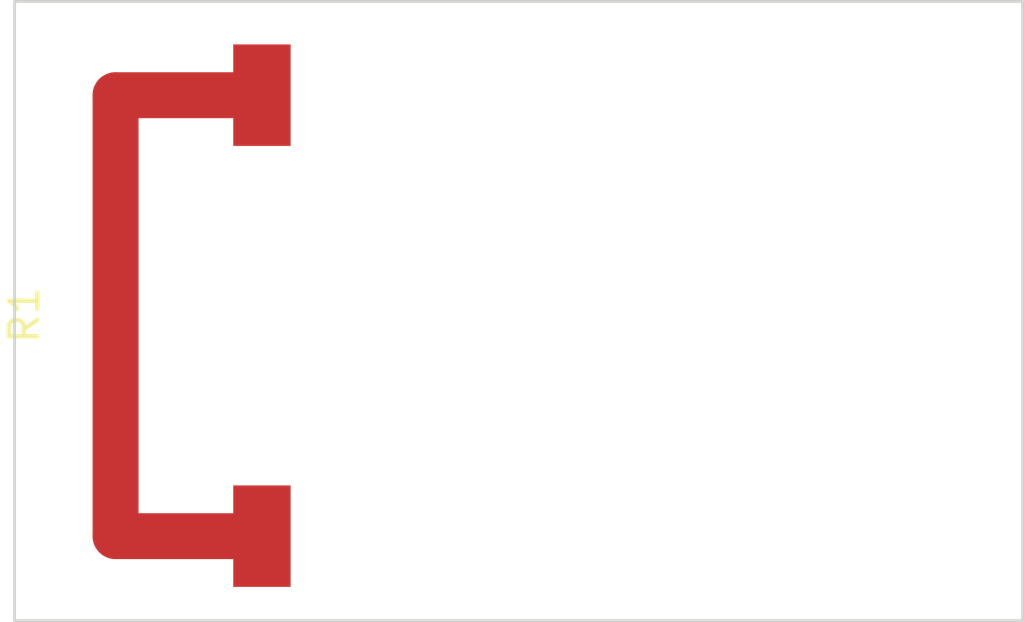
<source format=kicad_pcb>
(kicad_pcb (version 20211014) (generator pcbnew)
  (layers (0 "F.Cu" signal) (31 "B.Cu" signal) (34 "B.Paste" user) (35 "F.Paste" user) (36 "B.SilkS" user "B.Silkscreen") (37 "F.SilkS" user "F.Silkscreen") (38 "B.Mask" user) (39 "F.Mask" user) (44 "Edge.Cuts" user))
  (net 0 "")
  (net 1 "Net-(R1-Pad1)")
  (footprint "4DPrinting:switch" (layer "F.Cu") (at 128.49 90.08 90)
    (fp_text reference "R1" (at 0.02 -8.28 90 unlocked) (layer "F.SilkS"))
    (fp_text value "R")
    (fp_rect (start -5.95 4.1) (end 5.95 -4.1) (layer "F.SilkS") (width 0.001) (fill none))
    (pad "1" smd rect (at -7.69 0 90) (size 3.54 2) (layers "F.Cu" "F.Paste" "F.Mask") (net 1 "Net-(R1-Pad1)"))
    (pad "2" smd rect (at 7.69 0 90) (size 3.54 2) (layers "F.Cu" "F.Paste" "F.Mask") (net 1 "Net-(R1-Pad1)"))
  )
  (gr_rect (start 119.87 79.12) (end 155 100.72) (layer "Edge.Cuts") (width 0.1) (fill none))
  (segment (start 128.49 82.39) (end 123.3898 82.39) (width 1.6) (layer "F.Cu") (net 1))
  (segment (start 123.3898 82.39) (end 123.3898 97.77) (width 1.6) (layer "F.Cu") (net 1))
  (segment (start 123.3898 97.77) (end 128.49 97.77) (width 1.6) (layer "F.Cu") (net 1))
)
</source>
